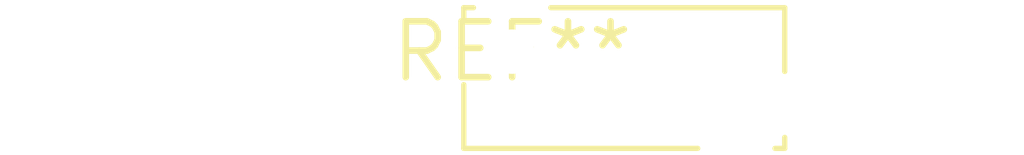
<source format=kicad_pcb>
(kicad_pcb (version 20240108) (generator pcbnew)
  (layers (0 "F.Cu" signal) (31 "B.Cu" signal) (34 "B.Paste" user) (35 "F.Paste" user) (36 "B.SilkS" user "B.Silkscreen") (37 "F.SilkS" user "F.Silkscreen") (38 "B.Mask" user) (39 "F.Mask" user) (44 "Edge.Cuts" user))
  (net 0 "")
  (footprint "Fuse_Bourns_MF-RG300" (layer "F.Cu") (at 0 0)
    (property "Reference" "REF**")
    (property "Value" "Fuse_Bourns_MF-RG300")
    (fp_line (start -1.1 -1) (end -1.1 -0.75) (layer "F.SilkS") (stroke (width 0.12)))
    (fp_line (start -1.1 -1) (end -0.879 -1) (layer "F.SilkS") (stroke (width 0.12)))
    (fp_line (start -1.1 0.75) (end -1.1 2.2) (layer "F.SilkS") (stroke (width 0.12)))
    (fp_line (start -1.1 2.2) (end 4.222 2.2) (layer "F.SilkS") (stroke (width 0.12)))
    (fp_line (start 0.879 -1) (end 6.2 -1) (layer "F.SilkS") (stroke (width 0.12)))
    (fp_line (start 5.979 2.2) (end 6.2 2.2) (layer "F.SilkS") (stroke (width 0.12)))
    (fp_line (start 6.2 -1) (end 6.2 0.451) (layer "F.SilkS") (stroke (width 0.12)))
    (fp_line (start 6.2 1.95) (end 6.2 2.2) (layer "F.SilkS") (stroke (width 0.12)))
    (pad "1" thru_hole circle (at 0 0) (size 2.01 2.01) (drill 1.01) (layers *.Cu *.Mask) (remove_unused_layers))
    (pad "2" thru_hole circle (at 5.1 1.2) (size 2.01 2.01) (drill 1.01) (layers *.Cu *.Mask) (remove_unused_layers))
  )
)
</source>
